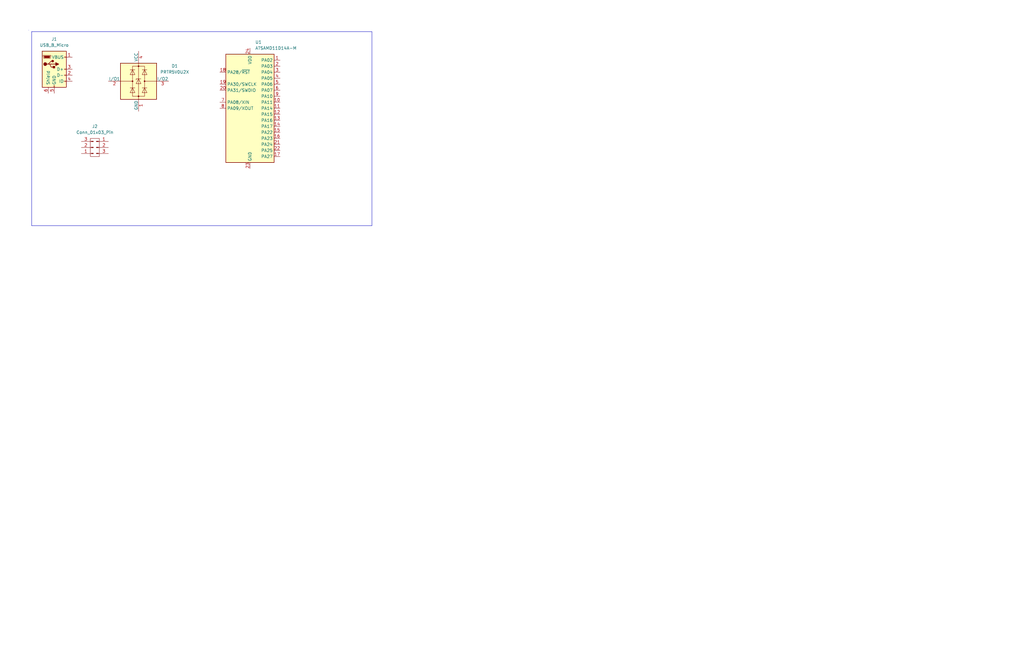
<source format=kicad_sch>
(kicad_sch (version 20231120) (generator "eeschema") (generator_version "8.0")
  (paper "USLedger")
  (title_block (title "Vanguard final") (company "TARC rocketry"))
  (lib_symbols
    (symbol "Connector:Conn_01x03_Pin" (pin_names (offset 1.016) hide)
      (property "Reference" "J" (at 0 5.08 0))
      (property "Value" "Conn_01x03_Pin" (at 0 -5.08 0))
      (symbol "Conn_01x03_Pin_1_1"
        (rectangle (start -2.54 3.81) (end 1.27 -3.81))
        (rectangle (start -2.1336 -0.127) (end -1.27 0.127) (stroke (width 0.1524)) (fill (type outline)))
        (rectangle (start -2.1336 2.413) (end -1.27 2.667) (stroke (width 0.1524)) (fill (type outline)))
        (rectangle (start -1.27 -2.667) (end -2.1336 -2.413) (stroke (width 0.1524)) (fill (type outline)))
        (polyline (pts (xy -2.54 -2.54) (xy -2.1336 -2.54)) (stroke (width 0.1524)))
        (polyline (pts (xy -2.54 0) (xy -2.1336 0)) (stroke (width 0.1524)))
        (polyline (pts (xy -2.54 2.54) (xy -2.1336 2.54)) (stroke (width 0.1524)))
        (polyline (pts (xy 1.27 -2.54) (xy 0.8636 -2.54)) (stroke (width 0.1524)))
        (polyline (pts (xy 1.27 0) (xy 0.8636 0)) (stroke (width 0.1524)))
        (polyline (pts (xy 1.27 2.54) (xy 0.8636 2.54)) (stroke (width 0.1524)))
        (rectangle (start 0 2.667) (end 0.8636 2.413) (stroke (width 0.1524)) (fill (type outline)))
        (rectangle (start 0.8636 -2.413) (end 0 -2.667) (stroke (width 0.1524)) (fill (type outline)))
        (rectangle (start 0.8636 0.127) (end 0 -0.127) (stroke (width 0.1524)) (fill (type outline)))
        (pin passive line (at -6.35 -2.54 0) (length 3.81) (name "Pin_1") (number "1"))
        (pin passive line (at 5.08 2.54 180) (length 3.81) (name "Pin_1") (number "1"))
        (pin passive line (at -6.35 0 0) (length 3.81) (name "Pin_2") (number "2"))
        (pin passive line (at 5.08 0 180) (length 3.81) (name "Pin_2") (number "2"))
        (pin passive line (at -6.35 2.54 0) (length 3.81) (name "Pin_3") (number "3"))
        (pin passive line (at 5.08 -2.54 180) (length 3.81) (name "Pin_3") (number "3"))
      )
    )
    (symbol "Connector:USB_B_Micro" (pin_names (offset 1.016))
      (property "Reference" "J" (at -5.08 11.43 0))
      (property "Value" "USB_B_Micro" (at -5.08 8.89 0))
      (symbol "USB_B_Micro_0_1"
        (rectangle (start -5.08 -7.62) (end 5.08 7.62) (stroke (width 0.254)) (fill (type background)))
        (circle (center -3.81 2.159) (radius 0.635) (stroke (width 0.254)) (fill (type outline)))
        (circle (center -0.635 3.429) (radius 0.381) (stroke (width 0.254)) (fill (type outline)))
        (rectangle (start -0.127 -7.62) (end 0.127 -6.858))
        (polyline (pts (xy -1.905 2.159) (xy 0.635 2.159)) (stroke (width 0.254)))
        (polyline (pts (xy -3.175 2.159) (xy -2.54 2.159) (xy -1.27 3.429) (xy -0.635 3.429)) (stroke (width 0.254)))
        (polyline (pts (xy -2.54 2.159) (xy -1.905 2.159) (xy -1.27 0.889) (xy 0 0.889)) (stroke (width 0.254)))
        (polyline (pts (xy 0.635 2.794) (xy 0.635 1.524) (xy 1.905 2.159) (xy 0.635 2.794)) (stroke (width 0.254)) (fill (type outline)))
        (polyline (pts (xy -4.318 5.588) (xy -1.778 5.588) (xy -2.032 4.826) (xy -4.064 4.826) (xy -4.318 5.588)) (fill (type outline)))
        (polyline (pts (xy -4.699 5.842) (xy -4.699 5.588) (xy -4.445 4.826) (xy -4.445 4.572) (xy -1.651 4.572) (xy -1.651 4.826) (xy -1.397 5.588) (xy -1.397 5.842) (xy -4.699 5.842)))
        (rectangle (start 0.254 1.27) (end -0.508 0.508) (stroke (width 0.254)) (fill (type outline)))
        (rectangle (start 5.08 -5.207) (end 4.318 -4.953))
        (rectangle (start 5.08 -2.667) (end 4.318 -2.413))
        (rectangle (start 5.08 -0.127) (end 4.318 0.127))
        (rectangle (start 5.08 4.953) (end 4.318 5.207))
      )
      (symbol "USB_B_Micro_1_1"
        (pin power_out line (at 7.62 5.08 180) (length 2.54) (name "VBUS") (number "1"))
        (pin bidirectional line (at 7.62 -2.54 180) (length 2.54) (name "D-") (number "2"))
        (pin bidirectional line (at 7.62 0 180) (length 2.54) (name "D+") (number "3"))
        (pin passive line (at 7.62 -5.08 180) (length 2.54) (name "ID") (number "4"))
        (pin power_out line (at 0 -10.16 90) (length 2.54) (name "GND") (number "5"))
        (pin passive line (at -2.54 -10.16 90) (length 2.54) (name "Shield") (number "6"))
      )
    )
    (symbol "MCU_Microchip_SAMD:ATSAMD11D14A-M"
      (property "Reference" "U" (at -10.16 24.13 0))
      (property "Value" "ATSAMD11D14A-M" (at 1.27 24.13 0))
      (symbol "ATSAMD11D14A-M_0_1"
        (rectangle (start -10.16 22.86) (end 10.16 -22.86) (stroke (width 0.254)) (fill (type background)))
      )
      (symbol "ATSAMD11D14A-M_1_1"
        (pin bidirectional line (at 12.7 20.32 180) (length 2.54) (name "PA02") (number "1"))
        (pin bidirectional line (at 12.7 2.54 180) (length 2.54) (name "PA11") (number "10"))
        (pin bidirectional line (at 12.7 0 180) (length 2.54) (name "PA14") (number "11"))
        (pin bidirectional line (at 12.7 -2.54 180) (length 2.54) (name "PA15") (number "12"))
        (pin bidirectional line (at 12.7 -5.08 180) (length 2.54) (name "PA16") (number "13"))
        (pin bidirectional line (at 12.7 -7.62 180) (length 2.54) (name "PA17") (number "14"))
        (pin bidirectional line (at 12.7 -10.16 180) (length 2.54) (name "PA22") (number "15"))
        (pin bidirectional line (at 12.7 -12.7 180) (length 2.54) (name "PA23") (number "16"))
        (pin bidirectional line (at 12.7 -20.32 180) (length 2.54) (name "PA27") (number "17"))
        (pin bidirectional line (at -12.7 15.24 0) (length 2.54) (name "PA28/~{RST}") (number "18"))
        (pin bidirectional line (at -12.7 10.16 0) (length 2.54) (name "PA30/SWCLK") (number "19"))
        (pin bidirectional line (at 12.7 17.78 180) (length 2.54) (name "PA03") (number "2"))
        (pin bidirectional line (at -12.7 7.62 0) (length 2.54) (name "PA31/SWDIO") (number "20"))
        (pin bidirectional line (at 12.7 -15.24 180) (length 2.54) (name "PA24") (number "21"))
        (pin bidirectional line (at 12.7 -17.78 180) (length 2.54) (name "PA25") (number "22"))
        (pin power_in line (at 0 -25.4 90) (length 2.54) (name "GND") (number "23"))
        (pin power_in line (at 0 25.4 270) (length 2.54) (name "VDD") (number "24"))
        (pin bidirectional line (at 12.7 15.24 180) (length 2.54) (name "PA04") (number "3"))
        (pin bidirectional line (at 12.7 12.7 180) (length 2.54) (name "PA05") (number "4"))
        (pin bidirectional line (at 12.7 10.16 180) (length 2.54) (name "PA06") (number "5"))
        (pin bidirectional line (at 12.7 7.62 180) (length 2.54) (name "PA07") (number "6"))
        (pin bidirectional line (at -12.7 2.54 0) (length 2.54) (name "PA08/XIN") (number "7"))
        (pin bidirectional line (at -12.7 0 0) (length 2.54) (name "PA09/XOUT") (number "8"))
        (pin bidirectional line (at 12.7 5.08 180) (length 2.54) (name "PA10") (number "9"))
      )
    )
    (symbol "Power_Protection:PRTR5V0U2X" (pin_names (offset 0))
      (property "Reference" "D" (at 2.794 8.636 0))
      (property "Value" "PRTR5V0U2X" (at 8.128 -9.398 0))
      (symbol "PRTR5V0U2X_0_1"
        (rectangle (start -7.62 -7.62) (end 7.62 7.62) (stroke (width 0.254)) (fill (type background)))
        (circle (center -2.54 0) (radius 0.254) (fill (type outline)))
        (rectangle (start -2.54 6.35) (end 2.54 -6.35))
        (circle (center 0 -6.35) (radius 0.254) (fill (type outline)))
        (polyline (pts (xy -2.54 0) (xy -7.62 0)))
        (polyline (pts (xy -1.524 -2.794) (xy -3.556 -2.794)))
        (polyline (pts (xy -1.524 4.826) (xy -3.556 4.826)))
        (polyline (pts (xy 0 -7.62) (xy 0 7.62)))
        (polyline (pts (xy 1.524 -2.794) (xy 3.556 -2.794)))
        (polyline (pts (xy 1.524 4.826) (xy 3.556 4.826)))
        (polyline (pts (xy 2.54 0) (xy 7.62 0)))
        (polyline (pts (xy 1.016 1.016) (xy -1.016 1.016) (xy -1.016 0.508)))
        (polyline (pts (xy -3.556 -4.826) (xy -1.524 -4.826) (xy -2.54 -2.794) (xy -3.556 -4.826)))
        (polyline (pts (xy -3.556 2.794) (xy -1.524 2.794) (xy -2.54 4.826) (xy -3.556 2.794)))
        (polyline (pts (xy -1.016 -1.016) (xy 1.016 -1.016) (xy 0 1.016) (xy -1.016 -1.016)))
        (polyline (pts (xy 3.556 -4.826) (xy 1.524 -4.826) (xy 2.54 -2.794) (xy 3.556 -4.826)))
        (polyline (pts (xy 3.556 2.794) (xy 1.524 2.794) (xy 2.54 4.826) (xy 3.556 2.794)))
        (circle (center 0 6.35) (radius 0.254) (fill (type outline)))
        (circle (center 2.54 0) (radius 0.254) (fill (type outline)))
      )
      (symbol "PRTR5V0U2X_1_1"
        (pin passive line (at 0 -12.7 90) (length 5.08) (name "GND") (number "1"))
        (pin passive line (at -12.7 0 0) (length 5.08) (name "I/O1") (number "2"))
        (pin passive line (at 12.7 0 180) (length 5.08) (name "I/O2") (number "3"))
        (pin passive line (at 0 12.7 270) (length 5.08) (name "VCC") (number "4"))
      )
    )
  )
  (rectangle (start 13.335 13.335) (end 156.845 95.25))
  (rectangle (start 12.065 12.7) (end 12.065 12.7))
  (symbol (lib_id "MCU_Microchip_SAMD:ATSAMD11D14A-M") (at 105.41 45.72 0) (unit 1)
    (property "Reference" "U1" (at 107.6041 17.78 0) (effects (justify left)))
    (property "Value" "ATSAMD11D14A-M" (at 107.6041 20.32 0) (effects (justify left)))
    (property "Footprint" "Package_DFN_QFN:QFN-24-1EP_4x4mm_P0.5mm_EP2.6x2.6mm" (effects (hide yes)))
    (property "Datasheet" "http://ww1.microchip.com/downloads/en/DeviceDoc/Atmel-42363-SAM-D11_Datasheet.pdf" (effects (hide yes)))
    (property "Description" "ARM Cortex-M0+ MCU, 48MHz, 16KB Flash, 4KB RAM, 1.6-3.6V, 22 GPIO, QFN-24" (effects (hide yes)))
  )
  (symbol (lib_id "Connector:USB_B_Micro") (at 22.86 29.21 0) (unit 1)
    (property "Reference" "J1" (at 22.86 16.51 0))
    (property "Value" "USB_B_Micro" (at 22.86 19.05 0))
    (property "Description" "USB Micro Type B connector" (effects (hide yes)))
  )
  (symbol (lib_id "Power_Protection:PRTR5V0U2X") (at 58.42 34.29 0) (unit 1)
    (property "Reference" "D1" (at 73.66 27.8698 0))
    (property "Value" "PRTR5V0U2X" (at 73.66 30.4098 0))
    (property "Footprint" "Package_TO_SOT_SMD:SOT-143" (effects (hide yes)))
    (property "Datasheet" "https://assets.nexperia.com/documents/data-sheet/PRTR5V0U2X.pdf" (effects (hide yes)))
    (property "Description" "Ultra low capacitance double rail-to-rail ESD protection diode, SOT-143" (effects (hide yes)))
  )
  (symbol (lib_id "Connector:Conn_01x03_Pin") (at 40.64 62.23 0) (unit 1)
    (property "Reference" "J2" (at 40.005 53.34 0))
    (property "Value" "Conn_01x03_Pin" (at 40.005 55.88 0))
    (property "Description" "Generic connector, single row, 01x03, script generated" (effects (hide yes)))
  )
)
</source>
